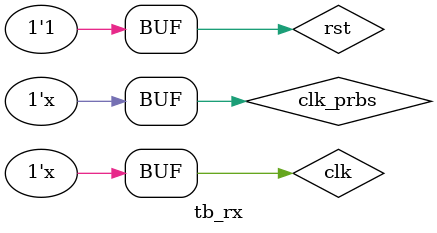
<source format=v>
`timescale 1ns/100ps

`define SEED 9'h1AA

module tb_rx();
    reg rst;
    reg clk;
    reg clk_prbs;
    wire bit_out;
    wire [7:0] tb_tx_out;
    wire tx_rx_out;

    localparam COEF = {8'h0, 8'hfe, 8'hff, 8'h0, 8'h2, 8'h0, 8'hfb, 8'hf5,
                        8'hf9, 8'ha, 8'h25, 8'h3e, 8'h48, 8'h3e, 8'h25, 8'ha, 
                        8'hf9, 8'hf5,8'hfb, 8'h0, 8'h2, 8'h0, 8'hff, 8'hfe};

    initial begin
        rst = 0;
        clk = 0;
        clk_prbs = 0;
        #2 rst = 1;
    end

    always #1 clk = ~clk;
    always #4 clk_prbs = ~clk_prbs;

    prbs
        #(
        .SEED (`SEED)
        )
    prbs_r(
        .clk (clk_prbs),
        .rst (rst),
        .bit_out (bit_out)
        );

    tx
        #(
        .COEF(COEF)
        )
    tx_r(
        .clk (clk),
        .rst (rst),
        .tx_in (bit_out),
        .tx_out (tb_tx_out)
        );

    rx
        #(
        .COEF(COEF)
        )
    rx_r(
        .clk (clk),
        .rst (rst),
        .rx_in (tb_tx_out),
        .rx_out (tb_rx_out)
        );

endmodule

</source>
